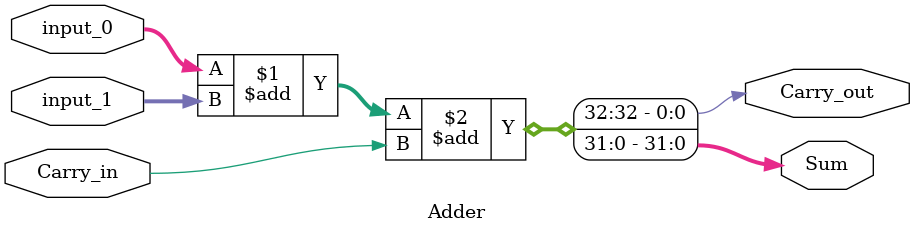
<source format=v>
`timescale 1ns / 1ps


module Adder(
    input [31:0] input_1,
    input [31:0] input_0,
    input Carry_in,
    output [31:0] Sum,
    output Carry_out
    );
    
    assign {Carry_out,Sum} = input_0 + input_1 + Carry_in;
    
endmodule

</source>
